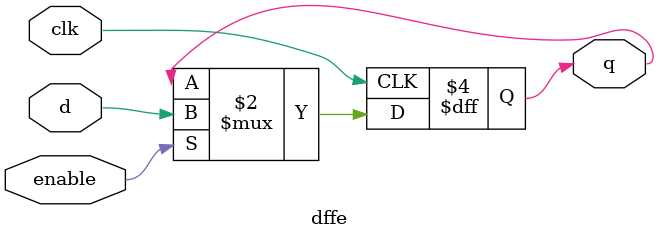
<source format=sv>

module dffe (output logic q,
              input logic d, clk, enable);

    always_ff @(posedge clk)
        if (enable)
            q <= d;
endmodule
</source>
